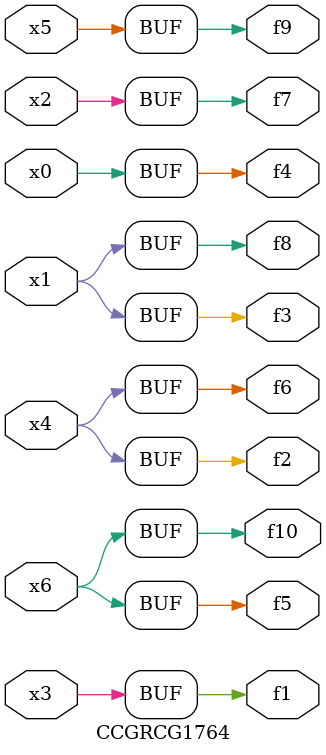
<source format=v>
module CCGRCG1764(
	input x0, x1, x2, x3, x4, x5, x6,
	output f1, f2, f3, f4, f5, f6, f7, f8, f9, f10
);
	assign f1 = x3;
	assign f2 = x4;
	assign f3 = x1;
	assign f4 = x0;
	assign f5 = x6;
	assign f6 = x4;
	assign f7 = x2;
	assign f8 = x1;
	assign f9 = x5;
	assign f10 = x6;
endmodule

</source>
